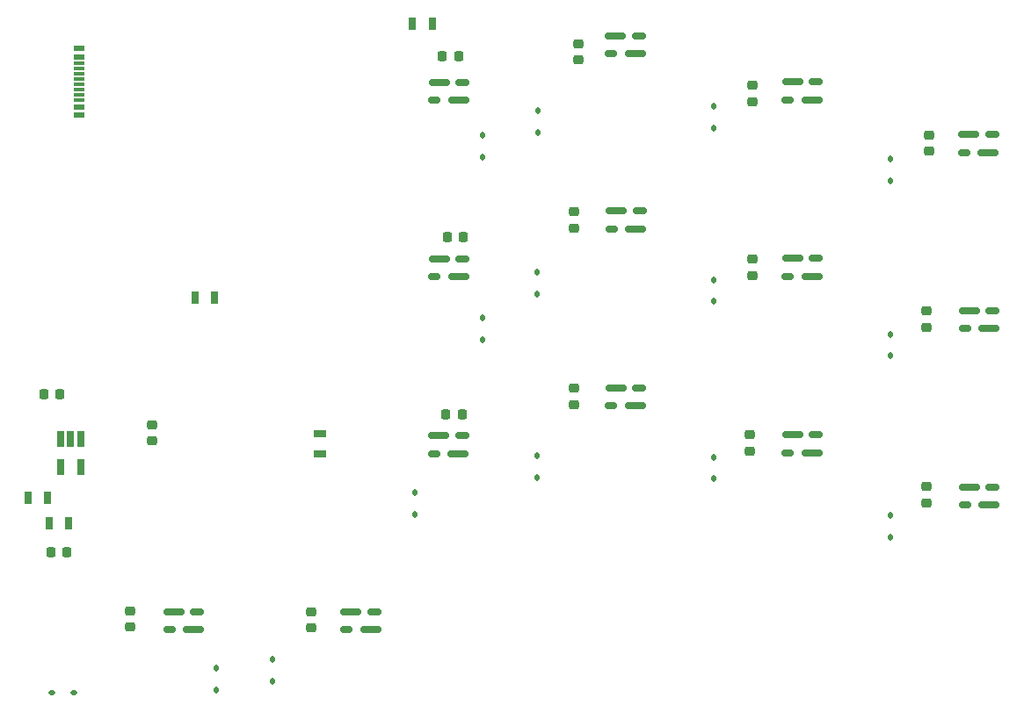
<source format=gbr>
%TF.GenerationSoftware,KiCad,Pcbnew,7.0.2*%
%TF.CreationDate,2024-03-22T10:09:10-05:00*%
%TF.ProjectId,02_capsule5_right,30325f63-6170-4737-956c-65355f726967,v1.0.0*%
%TF.SameCoordinates,Original*%
%TF.FileFunction,Paste,Bot*%
%TF.FilePolarity,Positive*%
%FSLAX46Y46*%
G04 Gerber Fmt 4.6, Leading zero omitted, Abs format (unit mm)*
G04 Created by KiCad (PCBNEW 7.0.2) date 2024-03-22 10:09:10*
%MOMM*%
%LPD*%
G01*
G04 APERTURE LIST*
G04 Aperture macros list*
%AMRoundRect*
0 Rectangle with rounded corners*
0 $1 Rounding radius*
0 $2 $3 $4 $5 $6 $7 $8 $9 X,Y pos of 4 corners*
0 Add a 4 corners polygon primitive as box body*
4,1,4,$2,$3,$4,$5,$6,$7,$8,$9,$2,$3,0*
0 Add four circle primitives for the rounded corners*
1,1,$1+$1,$2,$3*
1,1,$1+$1,$4,$5*
1,1,$1+$1,$6,$7*
1,1,$1+$1,$8,$9*
0 Add four rect primitives between the rounded corners*
20,1,$1+$1,$2,$3,$4,$5,0*
20,1,$1+$1,$4,$5,$6,$7,0*
20,1,$1+$1,$6,$7,$8,$9,0*
20,1,$1+$1,$8,$9,$2,$3,0*%
G04 Aperture macros list end*
%ADD10RoundRect,0.225000X0.250000X-0.225000X0.250000X0.225000X-0.250000X0.225000X-0.250000X-0.225000X0*%
%ADD11RoundRect,0.112500X-0.112500X0.187500X-0.112500X-0.187500X0.112500X-0.187500X0.112500X0.187500X0*%
%ADD12R,1.300000X0.700000*%
%ADD13RoundRect,0.225000X0.225000X0.250000X-0.225000X0.250000X-0.225000X-0.250000X0.225000X-0.250000X0*%
%ADD14R,0.700000X1.300000*%
%ADD15O,1.200000X0.750000*%
%ADD16O,2.100000X0.750000*%
%ADD17O,1.400000X0.750000*%
%ADD18RoundRect,0.225000X-0.250000X0.225000X-0.250000X-0.225000X0.250000X-0.225000X0.250000X0.225000X0*%
%ADD19R,1.100000X0.600000*%
%ADD20R,1.100000X0.300000*%
%ADD21RoundRect,0.112500X0.187500X0.112500X-0.187500X0.112500X-0.187500X-0.112500X0.187500X-0.112500X0*%
%ADD22R,0.650000X1.560000*%
G04 APERTURE END LIST*
D10*
%TO.C,C6*%
X227750000Y-70800000D03*
X227750000Y-69250000D03*
%TD*%
D11*
%TO.C,D14*%
X176090478Y-108685769D03*
X176090478Y-110785769D03*
%TD*%
D10*
%TO.C,C2*%
X227750000Y-54050000D03*
X227750000Y-52500000D03*
%TD*%
D11*
%TO.C,D06*%
X224040478Y-71235769D03*
X224040478Y-73335769D03*
%TD*%
D10*
%TO.C,C3*%
X211000000Y-50000000D03*
X211000000Y-48450000D03*
%TD*%
D12*
%TO.C,R4*%
X186109807Y-88000000D03*
X186109807Y-86100000D03*
%TD*%
D10*
%TO.C,C13*%
X185250000Y-104800000D03*
X185250000Y-103250000D03*
%TD*%
D13*
%TO.C,C4*%
X199424042Y-49700000D03*
X197874042Y-49700000D03*
%TD*%
D11*
%TO.C,D07*%
X206990478Y-70485769D03*
X206990478Y-72585769D03*
%TD*%
D14*
%TO.C,R3*%
X159949042Y-94750000D03*
X161849042Y-94750000D03*
%TD*%
%TO.C,R1*%
X194990478Y-46535769D03*
X196890478Y-46535769D03*
%TD*%
D15*
%TO.C,LED02*%
X231149042Y-53900000D03*
D16*
X231599042Y-52150000D03*
D17*
X233849042Y-52150000D03*
D16*
X233499042Y-53900000D03*
%TD*%
D10*
%TO.C,C14*%
X167750000Y-104750000D03*
X167750000Y-103200000D03*
%TD*%
D15*
%TO.C,LED09*%
X248174042Y-92955000D03*
D16*
X248624042Y-91205000D03*
D17*
X250874042Y-91205000D03*
D16*
X250524042Y-92955000D03*
%TD*%
D11*
%TO.C,D13*%
X181490478Y-107835769D03*
X181490478Y-109935769D03*
%TD*%
D18*
%TO.C,C17*%
X169859807Y-85195728D03*
X169859807Y-86745728D03*
%TD*%
D10*
%TO.C,C11*%
X210500000Y-83250000D03*
X210500000Y-81700000D03*
%TD*%
D11*
%TO.C,D08*%
X201690478Y-74900000D03*
X201690478Y-77000000D03*
%TD*%
D15*
%TO.C,LED12*%
X197049042Y-88000000D03*
D16*
X197499042Y-86250000D03*
D17*
X199749042Y-86250000D03*
D16*
X199399042Y-88000000D03*
%TD*%
D10*
%TO.C,C5*%
X244500000Y-75800000D03*
X244500000Y-74250000D03*
%TD*%
D19*
%TO.C,J1*%
X162834190Y-55344234D03*
X162834190Y-54544234D03*
D20*
X162834190Y-53394234D03*
X162834190Y-52394234D03*
X162834190Y-51894234D03*
X162834190Y-50894234D03*
D19*
X162834190Y-49744234D03*
X162834190Y-48944234D03*
X162834190Y-48944234D03*
X162834190Y-49744234D03*
D20*
X162834190Y-50394234D03*
X162834190Y-51394234D03*
X162834190Y-52894234D03*
X162834190Y-53894234D03*
D19*
X162834190Y-54544234D03*
X162834190Y-55344234D03*
%TD*%
D15*
%TO.C,LED10*%
X231149042Y-87950000D03*
D16*
X231599042Y-86200000D03*
D17*
X233849042Y-86200000D03*
D16*
X233499042Y-87950000D03*
%TD*%
D10*
%TO.C,C1*%
X244750000Y-58825000D03*
X244750000Y-57275000D03*
%TD*%
D15*
%TO.C,LED04*%
X197099042Y-53950000D03*
D16*
X197549042Y-52200000D03*
D17*
X199799042Y-52200000D03*
D16*
X199449042Y-53950000D03*
%TD*%
D10*
%TO.C,C7*%
X210500000Y-66250000D03*
X210500000Y-64700000D03*
%TD*%
D14*
%TO.C,R5*%
X174050000Y-73000000D03*
X175950000Y-73000000D03*
%TD*%
D11*
%TO.C,D04*%
X201690478Y-57285769D03*
X201690478Y-59385769D03*
%TD*%
D10*
%TO.C,C10*%
X227500000Y-87750000D03*
X227500000Y-86200000D03*
%TD*%
D15*
%TO.C,LED05*%
X248174042Y-75955000D03*
D16*
X248624042Y-74205000D03*
D17*
X250874042Y-74205000D03*
D16*
X250524042Y-75955000D03*
%TD*%
D11*
%TO.C,D01*%
X240990478Y-59585769D03*
X240990478Y-61685769D03*
%TD*%
%TO.C,D10*%
X224040478Y-88335769D03*
X224040478Y-90435769D03*
%TD*%
D13*
%TO.C,C16*%
X161000000Y-82250000D03*
X159450000Y-82250000D03*
%TD*%
D15*
%TO.C,LED06*%
X231149042Y-70900000D03*
D16*
X231599042Y-69150000D03*
D17*
X233849042Y-69150000D03*
D16*
X233499042Y-70900000D03*
%TD*%
D15*
%TO.C,LED07*%
X214149042Y-66350000D03*
D16*
X214599042Y-64600000D03*
D17*
X216849042Y-64600000D03*
D16*
X216499042Y-66350000D03*
%TD*%
D14*
%TO.C,R2*%
X159849042Y-92250000D03*
X157949042Y-92250000D03*
%TD*%
D11*
%TO.C,D05*%
X241040478Y-76485769D03*
X241040478Y-78585769D03*
%TD*%
D15*
%TO.C,LED03*%
X214099042Y-49450000D03*
D16*
X214549042Y-47700000D03*
D17*
X216799042Y-47700000D03*
D16*
X216449042Y-49450000D03*
%TD*%
D11*
%TO.C,D09*%
X240990478Y-93985769D03*
X240990478Y-96085769D03*
%TD*%
D13*
%TO.C,C15*%
X161699042Y-97500000D03*
X160149042Y-97500000D03*
%TD*%
D15*
%TO.C,LED08*%
X197099042Y-70950000D03*
D16*
X197549042Y-69200000D03*
D17*
X199799042Y-69200000D03*
D16*
X199449042Y-70950000D03*
%TD*%
D21*
%TO.C,D15*%
X162370000Y-111060000D03*
X160270000Y-111060000D03*
%TD*%
D15*
%TO.C,LED11*%
X214124042Y-83405000D03*
D16*
X214574042Y-81655000D03*
D17*
X216824042Y-81655000D03*
D16*
X216474042Y-83405000D03*
%TD*%
D11*
%TO.C,D12*%
X195250000Y-91750000D03*
X195250000Y-93850000D03*
%TD*%
D13*
%TO.C,C8*%
X199874042Y-67100000D03*
X198324042Y-67100000D03*
%TD*%
D15*
%TO.C,LED14*%
X171549042Y-105000000D03*
D16*
X171999042Y-103250000D03*
D17*
X174249042Y-103250000D03*
D16*
X173899042Y-105000000D03*
%TD*%
D15*
%TO.C,LED13*%
X188599042Y-105000000D03*
D16*
X189049042Y-103250000D03*
D17*
X191299042Y-103250000D03*
D16*
X190949042Y-105000000D03*
%TD*%
D15*
%TO.C,LED01*%
X248099042Y-58950000D03*
D16*
X248549042Y-57200000D03*
D17*
X250799042Y-57200000D03*
D16*
X250449042Y-58950000D03*
%TD*%
D11*
%TO.C,D11*%
X206999042Y-88200000D03*
X206999042Y-90300000D03*
%TD*%
%TO.C,D02*%
X224040478Y-54485769D03*
X224040478Y-56585769D03*
%TD*%
D10*
%TO.C,C9*%
X244500000Y-92750000D03*
X244500000Y-91200000D03*
%TD*%
D13*
%TO.C,C12*%
X199749042Y-84250000D03*
X198199042Y-84250000D03*
%TD*%
D22*
%TO.C,IC1*%
X161100000Y-86600000D03*
X162050000Y-86600000D03*
X163000000Y-86600000D03*
X163000000Y-89300000D03*
X161100000Y-89300000D03*
%TD*%
D11*
%TO.C,D03*%
X207040478Y-54950000D03*
X207040478Y-57050000D03*
%TD*%
M02*

</source>
